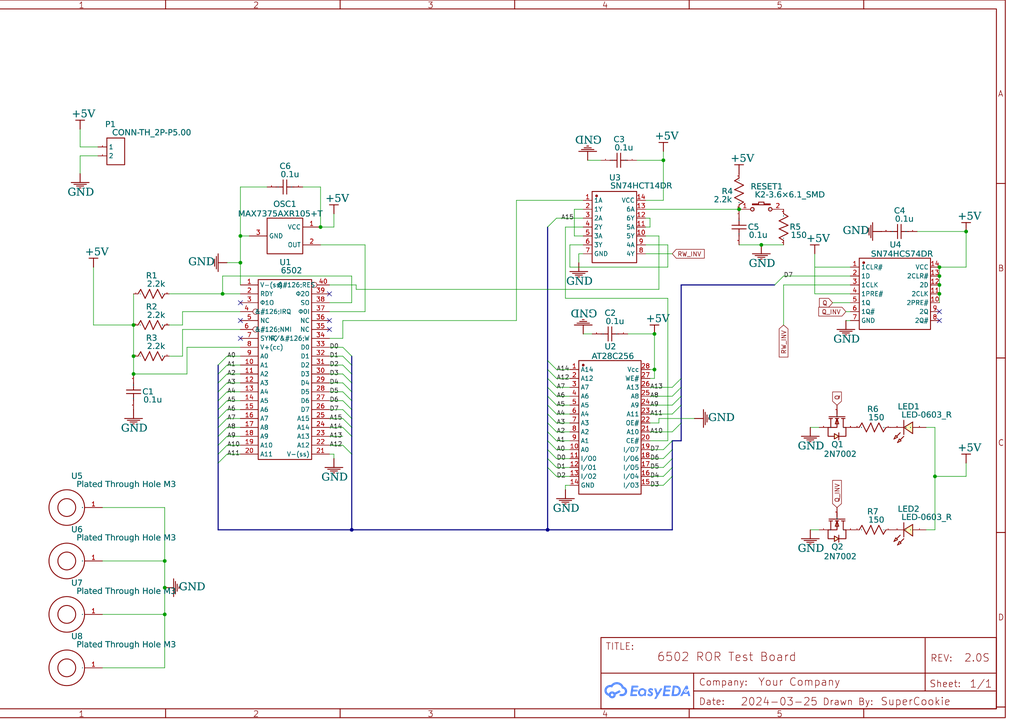
<source format=kicad_sch>
(kicad_sch (version 20250114) (generator "eeschema") (generator_version "9.0")
  (paper "User" 292.1 205.105)
  (lib_symbols
    (symbol "+5V" (power) (pin_numbers (hide yes)) (pin_names (hide yes))
      (property "Value" "+5V" (at 0 -3.81 0))
      (symbol "+5V_0_0"
        (pin power_in line (at 0 0 270) (length 0) (name "+5V") (number "1"))
      )
    )
    (symbol "2N7002"
      (property "Reference" "Q1" (at -1.5748 -6.5659 0))
      (property "Value" "2N7002" (at -4.1402 -9.2583 0))
      (symbol "2N7002_0_0"
        (pin unspecified line (at -5.08 -2.54 0) (length 2.54) (name "S") (number "2"))
        (pin unspecified line (at 0 3.81 270) (length 2.54) (name "G") (number "1"))
        (pin unspecified line (at 5.08 -2.54 180) (length 2.54) (name "D") (number "3"))
      )
    )
    (symbol "2N7002_1"
      (property "Reference" "Q2" (at -1.5748 -6.5659 0))
      (property "Value" "2N7002" (at -4.1402 -9.2583 0))
      (symbol "2N7002_1_0_0"
        (pin unspecified line (at -5.08 -2.54 0) (length 2.54) (name "S") (number "2"))
        (pin unspecified line (at 0 3.81 270) (length 2.54) (name "G") (number "1"))
        (pin unspecified line (at 5.08 -2.54 180) (length 2.54) (name "D") (number "3"))
      )
    )
    (symbol "6502"
      (property "Reference" "U1" (at -1.4986 32.6771 0))
      (property "Value" "6502" (at -1.4986 30.3911 0))
      (symbol "6502_0_0"
        (pin passive line (at -12.7 25.4 0) (length 5.08) (name "V-(ss)") (number "1"))
        (pin input line (at -12.7 22.86 0) (length 5.08) (name "RDY") (number "2"))
        (pin output line (at -12.7 20.32 0) (length 5.08) (name "Φ1O") (number "3"))
        (pin input line (at -12.7 17.78 0) (length 3.556) (name "&#126;IRQ") (number "4"))
        (pin unspecified line (at -12.7 15.24 0) (length 5.08) (name "NC") (number "5"))
        (pin input line (at -12.7 12.7 0) (length 3.556) (name "&#126;NMI") (number "6"))
        (pin output line (at -12.7 10.16 0) (length 5.08) (name "SYNC") (number "7"))
        (pin passive line (at -12.7 7.62 0) (length 5.08) (name "V+(cc)") (number "8"))
        (pin output line (at -12.7 5.08 0) (length 5.08) (name "A0") (number "9"))
        (pin output line (at -12.7 2.54 0) (length 5.08) (name "A1") (number "10"))
        (pin output line (at -12.7 0 0) (length 5.08) (name "A2") (number "11"))
        (pin output line (at -12.7 -2.54 0) (length 5.08) (name "A3") (number "12"))
        (pin output line (at -12.7 -5.08 0) (length 5.08) (name "A4") (number "13"))
        (pin output line (at -12.7 -7.62 0) (length 5.08) (name "A5") (number "14"))
        (pin output line (at -12.7 -10.16 0) (length 5.08) (name "A6") (number "15"))
        (pin output line (at -12.7 -12.7 0) (length 5.08) (name "A7") (number "16"))
        (pin output line (at -12.7 -15.24 0) (length 5.08) (name "A8") (number "17"))
        (pin output line (at -12.7 -17.78 0) (length 5.08) (name "A9") (number "18"))
        (pin output line (at -12.7 -20.32 0) (length 5.08) (name "A10") (number "19"))
        (pin output line (at -12.7 -22.86 0) (length 5.08) (name "A11") (number "20"))
        (pin input line (at 12.7 25.4 180) (length 3.556) (name "&#126;RES") (number "40"))
        (pin output line (at 12.7 22.86 180) (length 5.08) (name "Φ2O") (number "39"))
        (pin input line (at 12.7 20.32 180) (length 5.08) (name "SO") (number "38"))
        (pin input line (at 12.7 17.78 180) (length 5.08) (name "Φ0I") (number "37"))
        (pin unspecified line (at 12.7 15.24 180) (length 5.08) (name "NC") (number "36"))
        (pin unspecified line (at 12.7 12.7 180) (length 5.08) (name "NC") (number "35"))
        (pin output line (at 12.7 10.16 180) (length 5.08) (name "R/&#126;W") (number "34"))
        (pin bidirectional line (at 12.7 7.62 180) (length 5.08) (name "D0") (number "33"))
        (pin bidirectional line (at 12.7 5.08 180) (length 5.08) (name "D1") (number "32"))
        (pin bidirectional line (at 12.7 2.54 180) (length 5.08) (name "D2") (number "31"))
        (pin bidirectional line (at 12.7 0 180) (length 5.08) (name "D3") (number "30"))
        (pin bidirectional line (at 12.7 -2.54 180) (length 5.08) (name "D4") (number "29"))
        (pin bidirectional line (at 12.7 -5.08 180) (length 5.08) (name "D5") (number "28"))
        (pin bidirectional line (at 12.7 -7.62 180) (length 5.08) (name "D6") (number "27"))
        (pin bidirectional line (at 12.7 -10.16 180) (length 5.08) (name "D7") (number "26"))
        (pin output line (at 12.7 -12.7 180) (length 5.08) (name "A15") (number "25"))
        (pin output line (at 12.7 -15.24 180) (length 5.08) (name "A14") (number "24"))
        (pin output line (at 12.7 -17.78 180) (length 5.08) (name "A13") (number "23"))
        (pin output line (at 12.7 -20.32 180) (length 5.08) (name "A12") (number "22"))
        (pin passive line (at 12.7 -22.86 180) (length 5.08) (name "V-(ss)") (number "21"))
      )
    )
    (symbol "AT28C256-15PU"
      (property "Reference" "U2" (at -1.4986 23.8887 0))
      (property "Value" "AT28C256" (at -5.5626 21.1963 0))
      (symbol "AT28C256-15PU_0_0"
        (pin unspecified line (at -11.43 16.51 0) (length 2.54) (name "A14") (number "1"))
        (pin unspecified line (at -11.43 13.97 0) (length 2.54) (name "A12") (number "2"))
        (pin unspecified line (at -11.43 11.43 0) (length 2.54) (name "A7") (number "3"))
        (pin unspecified line (at -11.43 8.89 0) (length 2.54) (name "A6") (number "4"))
        (pin unspecified line (at -11.43 6.35 0) (length 2.54) (name "A5") (number "5"))
        (pin unspecified line (at -11.43 3.81 0) (length 2.54) (name "A4") (number "6"))
        (pin unspecified line (at -11.43 1.27 0) (length 2.54) (name "A3") (number "7"))
        (pin unspecified line (at -11.43 -1.27 0) (length 2.54) (name "A2") (number "8"))
        (pin unspecified line (at -11.43 -3.81 0) (length 2.54) (name "A1") (number "9"))
        (pin unspecified line (at -11.43 -6.35 0) (length 2.54) (name "A0") (number "10"))
        (pin unspecified line (at -11.43 -8.89 0) (length 2.54) (name "I/O0") (number "11"))
        (pin unspecified line (at -11.43 -11.43 0) (length 2.54) (name "I/O1") (number "12"))
        (pin unspecified line (at -11.43 -13.97 0) (length 2.54) (name "I/O2") (number "13"))
        (pin unspecified line (at -11.43 -16.51 0) (length 2.54) (name "GND") (number "14"))
        (pin unspecified line (at 11.43 16.51 180) (length 2.54) (name "Vcc") (number "28"))
        (pin unspecified line (at 11.43 13.97 180) (length 2.54) (name "WE#") (number "27"))
        (pin unspecified line (at 11.43 11.43 180) (length 2.54) (name "A13") (number "26"))
        (pin unspecified line (at 11.43 8.89 180) (length 2.54) (name "A8") (number "25"))
        (pin unspecified line (at 11.43 6.35 180) (length 2.54) (name "A9") (number "24"))
        (pin unspecified line (at 11.43 3.81 180) (length 2.54) (name "A11") (number "23"))
        (pin unspecified line (at 11.43 1.27 180) (length 2.54) (name "OE#") (number "22"))
        (pin unspecified line (at 11.43 -1.27 180) (length 2.54) (name "A10") (number "21"))
        (pin unspecified line (at 11.43 -3.81 180) (length 2.54) (name "CE#") (number "20"))
        (pin unspecified line (at 11.43 -6.35 180) (length 2.54) (name "I/O7") (number "19"))
        (pin unspecified line (at 11.43 -8.89 180) (length 2.54) (name "I/O6") (number "18"))
        (pin unspecified line (at 11.43 -11.43 180) (length 2.54) (name "I/O5") (number "17"))
        (pin unspecified line (at 11.43 -13.97 180) (length 2.54) (name "I/O4") (number "16"))
        (pin unspecified line (at 11.43 -16.51 180) (length 2.54) (name "I/O3") (number "15"))
      )
    )
    (symbol "CONN-TH_2P-P5.00"
      (property "Reference" "P1" (at -2.9718 8.5471 0))
      (property "Value" "CONN-TH_2P-P5.00" (at -2.9718 6.2611 0))
      (symbol "CONN-TH_2P-P5.00_0_0"
        (pin unspecified line (at -5.08 1.27 0) (length 2.54) (name "1") (number "1"))
        (pin unspecified line (at -5.08 -1.27 0) (length 2.54) (name "2") (number "2"))
      )
    )
    (symbol "C_0603_US"
      (property "Reference" "C1" (at 2.54 0.8509 0))
      (property "Value" "0.1u" (at 2.54 -1.3843 0))
      (symbol "C_0603_US_0_0"
        (pin unspecified line (at 0 5.08 270) (length 2.54) (name "1") (number "1"))
        (pin unspecified line (at 0 -5.08 90) (length 2.54) (name "2") (number "2"))
      )
    )
    (symbol "C_0603_US_1"
      (property "Reference" "C2" (at -1.4986 6.7945 0))
      (property "Value" "0.1u" (at -1.4986 4.4831 0))
      (symbol "C_0603_US_1_0_0"
        (pin unspecified line (at -5.08 0 0) (length 2.54) (name "1") (number "1"))
        (pin unspecified line (at 5.08 0 180) (length 2.54) (name "2") (number "2"))
      )
    )
    (symbol "C_0603_US_2"
      (property "Reference" "C3" (at -1.4986 6.7945 0))
      (property "Value" "0.1u" (at -1.4986 4.4831 0))
      (symbol "C_0603_US_2_0_0"
        (pin unspecified line (at -5.08 0 0) (length 2.54) (name "1") (number "1"))
        (pin unspecified line (at 5.08 0 180) (length 2.54) (name "2") (number "2"))
      )
    )
    (symbol "C_0603_US_3"
      (property "Reference" "C4" (at -1.4986 6.7691 0))
      (property "Value" "0.1u" (at -1.4986 4.4831 0))
      (symbol "C_0603_US_3_0_0"
        (pin unspecified line (at -5.08 0 0) (length 2.54) (name "1") (number "1"))
        (pin unspecified line (at 5.08 0 180) (length 2.54) (name "2") (number "2"))
      )
    )
    (symbol "C_0603_US_4"
      (property "Reference" "C5" (at 2.54 0.8509 0))
      (property "Value" "0.1u" (at 2.54 -1.3843 0))
      (symbol "C_0603_US_4_0_0"
        (pin unspecified line (at 0 5.08 270) (length 2.54) (name "1") (number "1"))
        (pin unspecified line (at 0 -5.08 90) (length 2.54) (name "2") (number "2"))
      )
    )
    (symbol "C_0603_US_5"
      (property "Reference" "C6" (at -1.4986 6.7691 0))
      (property "Value" "0.1u" (at -1.4986 4.4831 0))
      (symbol "C_0603_US_5_0_0"
        (pin unspecified line (at -5.08 0 0) (length 2.54) (name "1") (number "1"))
        (pin unspecified line (at 5.08 0 180) (length 2.54) (name "2") (number "2"))
      )
    )
    (symbol "GND" (power) (pin_numbers (hide yes)) (pin_names (hide yes))
      (property "Value" "GND" (at 0 -6.35 0))
      (symbol "GND_0_0"
        (pin power_in line (at 0 0 270) (length 0) (name "GND") (number "1"))
      )
    )
    (symbol "K2-3.6×6.1_SMD"
      (property "Reference" "RESET" (at -3.0226 7.3025 0))
      (property "Value" "K2-3.6×6.1_SMD" (at -3.0226 5.0419 0))
      (symbol "K2-3.6×6.1_SMD_0_0"
        (pin unspecified line (at -6.35 0 0) (length 3.302) (name "1") (number "1"))
        (pin unspecified line (at 6.35 0 180) (length 3.302) (name "2") (number "2"))
      )
    )
    (symbol "LED-0603_R"
      (property "Reference" "LED1" (at -2.9464 6.7691 0))
      (property "Value" "LED-0603_R" (at -2.9464 4.4831 0))
      (symbol "LED-0603_R_0_0"
        (pin unspecified line (at -5.08 0 0) (length 3.81) (name "2") (number "2"))
        (pin unspecified line (at 5.08 0 180) (length 3.81) (name "1") (number "1"))
      )
    )
    (symbol "LED-0603_R_1"
      (property "Reference" "LED2" (at -2.9464 6.7691 0))
      (property "Value" "LED-0603_R" (at -2.9464 4.4831 0))
      (symbol "LED-0603_R_1_0_0"
        (pin unspecified line (at -5.08 0 0) (length 3.81) (name "2") (number "2"))
        (pin unspecified line (at 5.08 0 180) (length 3.81) (name "1") (number "1"))
      )
    )
    (symbol "MAX7375AXR105+T"
      (property "Reference" "OSC1" (at 3.2258 9.9187 0))
      (property "Value" "MAX7375AXR105+T" (at 11.0236 7.2263 0))
      (symbol "MAX7375AXR105+T_0_0"
        (pin unspecified line (at -10.16 0 0) (length 5.08) (name "GND") (number "3"))
        (pin unspecified line (at 10.16 2.54 180) (length 5.08) (name "VCC") (number "1"))
        (pin unspecified line (at 10.16 -2.54 180) (length 5.08) (name "OUT") (number "2"))
      )
    )
    (symbol "Plated Through Hole M3"
      (property "Reference" "U5" (at -6.3246 9.8171 0))
      (property "Value" "Plated Through Hole M3" (at -6.3246 7.5311 0))
      (symbol "Plated Through Hole M3_0_0"
        (pin unspecified line (at 2.54 0 180) (length 5.08) (name "1") (number "1"))
      )
    )
    (symbol "Plated Through Hole M3_1"
      (property "Reference" "U6" (at -6.3246 9.8171 0))
      (property "Value" "Plated Through Hole M3" (at -6.3246 7.5311 0))
      (symbol "Plated Through Hole M3_1_0_0"
        (pin unspecified line (at 2.54 0 180) (length 5.08) (name "1") (number "1"))
      )
    )
    (symbol "Plated Through Hole M3_2"
      (property "Reference" "U7" (at -6.3246 9.8171 0))
      (property "Value" "Plated Through Hole M3" (at -6.3246 7.5311 0))
      (symbol "Plated Through Hole M3_2_0_0"
        (pin unspecified line (at 2.54 0 180) (length 5.08) (name "1") (number "1"))
      )
    )
    (symbol "Plated Through Hole M3_3"
      (property "Reference" "U8" (at -6.3246 9.8171 0))
      (property "Value" "Plated Through Hole M3" (at -6.3246 7.5311 0))
      (symbol "Plated Through Hole M3_3_0_0"
        (pin unspecified line (at 2.54 0 180) (length 5.08) (name "1") (number "1"))
      )
    )
    (symbol "R_0603_US"
      (property "Reference" "R1" (at -1.4986 6.0325 0))
      (property "Value" "2.2k" (at -1.4986 3.7211 0))
      (symbol "R_0603_US_0_0"
        (pin unspecified line (at -5.08 0 0) (length 1.27) (name "1") (number "1"))
        (pin unspecified line (at 5.08 0 180) (length 1.27) (name "2") (number "2"))
      )
    )
    (symbol "R_0603_US_1"
      (property "Reference" "R2" (at -1.4986 6.0325 0))
      (property "Value" "2.2k" (at -1.4986 3.7211 0))
      (symbol "R_0603_US_1_0_0"
        (pin unspecified line (at -5.08 0 0) (length 1.27) (name "1") (number "1"))
        (pin unspecified line (at 5.08 0 180) (length 1.27) (name "2") (number "2"))
      )
    )
    (symbol "R_0603_US_2"
      (property "Reference" "R3" (at -1.4986 6.0325 0))
      (property "Value" "2.2k" (at -1.4986 3.7211 0))
      (symbol "R_0603_US_2_0_0"
        (pin unspecified line (at -5.08 0 0) (length 1.27) (name "1") (number "1"))
        (pin unspecified line (at 5.08 0 180) (length 1.27) (name "2") (number "2"))
      )
    )
    (symbol "R_0603_US_3"
      (property "Reference" "R4" (at -1.778 0.8763 0))
      (property "Value" "2.2k" (at -1.778 -1.4097 0))
      (symbol "R_0603_US_3_0_0"
        (pin unspecified line (at 0 5.08 270) (length 1.27) (name "2") (number "2"))
        (pin unspecified line (at 0 -5.08 90) (length 1.27) (name "1") (number "1"))
      )
    )
    (symbol "R_0603_US_4"
      (property "Reference" "R5" (at 1.778 0.8763 0))
      (property "Value" "150" (at 1.778 -1.4097 0))
      (symbol "R_0603_US_4_0_0"
        (pin unspecified line (at 0 5.08 270) (length 1.27) (name "1") (number "1"))
        (pin unspecified line (at 0 -5.08 90) (length 1.27) (name "2") (number "2"))
      )
    )
    (symbol "R_0603_US_5"
      (property "Reference" "R6" (at -1.4986 6.0325 0))
      (property "Value" "150" (at -1.4986 3.7211 0))
      (symbol "R_0603_US_5_0_0"
        (pin unspecified line (at -5.08 0 0) (length 1.27) (name "1") (number "1"))
        (pin unspecified line (at 5.08 0 180) (length 1.27) (name "2") (number "2"))
      )
    )
    (symbol "R_0603_US_6"
      (property "Reference" "R7" (at -1.4986 6.0325 0))
      (property "Value" "150" (at -1.4986 3.7211 0))
      (symbol "R_0603_US_6_0_0"
        (pin unspecified line (at -5.08 0 0) (length 1.27) (name "1") (number "1"))
        (pin unspecified line (at 5.08 0 180) (length 1.27) (name "2") (number "2"))
      )
    )
    (symbol "SN74HCS74DR"
      (property "Reference" "U4" (at -1.4478 14.8463 0))
      (property "Value" "SN74HCS74DR" (at -7.239 12.2809 0))
      (symbol "SN74HCS74DR_0_0"
        (pin unspecified line (at -12.7 7.62 0) (length 2.54) (name "1CLR#") (number "1"))
        (pin unspecified line (at -12.7 5.08 0) (length 2.54) (name "1D") (number "2"))
        (pin unspecified line (at -12.7 2.54 0) (length 2.54) (name "1CLK") (number "3"))
        (pin unspecified line (at -12.7 0 0) (length 2.54) (name "1PRE#") (number "4"))
        (pin unspecified line (at -12.7 -2.54 0) (length 2.54) (name "1Q") (number "5"))
        (pin unspecified line (at -12.7 -5.08 0) (length 2.54) (name "1Q#") (number "6"))
        (pin unspecified line (at -12.7 -7.62 0) (length 2.54) (name "GND") (number "7"))
        (pin unspecified line (at 12.7 7.62 180) (length 2.54) (name "VCC") (number "14"))
        (pin unspecified line (at 12.7 5.08 180) (length 2.54) (name "2CLR#") (number "13"))
        (pin unspecified line (at 12.7 2.54 180) (length 2.54) (name "2D") (number "12"))
        (pin unspecified line (at 12.7 0 180) (length 2.54) (name "2CLK") (number "11"))
        (pin unspecified line (at 12.7 -2.54 180) (length 2.54) (name "2PRE#") (number "10"))
        (pin unspecified line (at 12.7 -5.08 180) (length 2.54) (name "2Q") (number "9"))
        (pin unspecified line (at 12.7 -7.62 180) (length 2.54) (name "2Q#") (number "8"))
      )
    )
    (symbol "SN74HCT14DR"
      (property "Reference" "U3" (at -1.4478 14.9225 0))
      (property "Value" "SN74HCT14DR" (at -1.4478 12.6619 0))
      (symbol "SN74HCT14DR_0_0"
        (pin unspecified line (at -8.89 7.62 0) (length 2.54) (name "1A") (number "1"))
        (pin unspecified line (at -8.89 5.08 0) (length 2.54) (name "1Y") (number "2"))
        (pin unspecified line (at -8.89 2.54 0) (length 2.54) (name "2A") (number "3"))
        (pin unspecified line (at -8.89 0 0) (length 2.54) (name "2Y") (number "4"))
        (pin unspecified line (at -8.89 -2.54 0) (length 2.54) (name "3A") (number "5"))
        (pin unspecified line (at -8.89 -5.08 0) (length 2.54) (name "3Y") (number "6"))
        (pin unspecified line (at -8.89 -7.62 0) (length 2.54) (name "GND") (number "7"))
        (pin unspecified line (at 8.89 7.62 180) (length 2.54) (name "VCC") (number "14"))
        (pin unspecified line (at 8.89 5.08 180) (length 2.54) (name "6A") (number "13"))
        (pin unspecified line (at 8.89 2.54 180) (length 2.54) (name "6Y") (number "12"))
        (pin unspecified line (at 8.89 0 180) (length 2.54) (name "5A") (number "11"))
        (pin unspecified line (at 8.89 -2.54 180) (length 2.54) (name "5Y") (number "10"))
        (pin unspecified line (at 8.89 -5.08 180) (length 2.54) (name "4A") (number "9"))
        (pin unspecified line (at 8.89 -7.62 180) (length 2.54) (name "4Y") (number "8"))
      )
    )
    (symbol "Unknown_0_-806"
      (symbol "Unknown_0_-806_0_0"
        (text "A" (at 0.381 -25.7429 0) (effects (font (size 1.6891 1.6891)) (justify left top)))
        (text "B" (at 0.381 -75.5269 0) (effects (font (size 1.6891 1.6891)) (justify left top)))
        (text "C" (at 0.381 -125.3109 0) (effects (font (size 1.6891 1.6891)) (justify left top)))
        (text "D" (at 0.381 -175.0949 0) (effects (font (size 1.6891 1.6891)) (justify left top)))
        (text "1" (at 27.432 -0.4699 0) (effects (font (size 1.6891 1.6891)) (justify left top)))
        (text "1" (at 27.432 -202.6539 0) (effects (font (size 1.6891 1.6891)) (justify left top)))
        (text "2" (at 77.216 -0.4699 0) (effects (font (size 1.6891 1.6891)) (justify left top)))
        (text "2" (at 77.216 -202.6539 0) (effects (font (size 1.6891 1.6891)) (justify left top)))
        (text "3" (at 127 -0.4699 0) (effects (font (size 1.6891 1.6891)) (justify left top)))
        (text "3" (at 127 -202.6539 0) (effects (font (size 1.6891 1.6891)) (justify left top)))
        (text "4" (at 176.784 -0.4699 0) (effects (font (size 1.6891 1.6891)) (justify left top)))
        (text "4" (at 176.784 -202.6539 0) (effects (font (size 1.6891 1.6891)) (justify left top)))
        (text "TITLE:" (at 177.7746 -183.2356 0) (effects (font (size 1.9304 1.9304)) (justify left top)))
        (text "6502 ROR Test Board" (at 192.4304 -185.928 0) (effects (font (size 2.413 2.413)) (justify left top)))
        (text "Company:" (at 204.3684 -193.4464 0) (effects (font (size 1.9304 1.9304)) (justify left top)))
        (text "Date:" (at 204.3684 -198.9836 0) (effects (font (size 1.9304 1.9304)) (justify left top)))
        (text "2024-03-25" (at 216.3064 -198.8439 0) (effects (font (size 2.1717 2.1717)) (justify left top)))
        (text "Your Company" (at 221.2848 -193.2305 0) (effects (font (size 2.1717 2.1717)) (justify left top)))
        (text "5" (at 226.568 -0.4699 0) (effects (font (size 1.6891 1.6891)) (justify left top)))
        (text "5" (at 226.568 -202.6539 0) (effects (font (size 1.6891 1.6891)) (justify left top)))
        (text "Drawn By:" (at 239.6744 -199.0344 0) (effects (font (size 1.9304 1.9304)) (justify left top)))
        (text "SuperCookie" (at 256.1844 -198.7931 0) (effects (font (size 2.1717 2.1717)) (justify left top)))
        (text "Sheet:" (at 270.1544 -193.9036 0) (effects (font (size 1.9304 1.9304)) (justify left top)))
        (text "REV:" (at 270.4084 -186.5884 0) (effects (font (size 1.9304 1.9304)) (justify left top)))
        (text "2.0S" (at 280.0604 -186.3471 0) (effects (font (size 2.1717 2.1717)) (justify left top)))
        (text "1/1" (at 281.5844 -193.7639 0) (effects (font (size 2.1717 2.1717)) (justify left top)))
        (text "A" (at 289.687 -25.7429 0) (effects (font (size 1.6891 1.6891)) (justify left top)))
        (text "B" (at 289.687 -75.5269 0) (effects (font (size 1.6891 1.6891)) (justify left top)))
        (text "C" (at 289.687 -125.3109 0) (effects (font (size 1.6891 1.6891)) (justify left top)))
        (text "D" (at 289.687 -175.0949 0) (effects (font (size 1.6891 1.6891)) (justify left top)))
      )
    )
  )
  (junction (at 186.69 105.41))
  (junction (at 217.17 69.85))
  (junction (at 68.58 67.31))
  (junction (at 267.97 83.82))
  (junction (at 100.33 151.13))
  (junction (at 46.99 167.64))
  (junction (at 68.58 74.93))
  (junction (at 156.21 151.13))
  (junction (at 186.69 95.25))
  (junction (at 266.7 135.89))
  (junction (at 46.99 175.26))
  (junction (at 38.1 101.6))
  (junction (at 91.44 64.77))
  (junction (at 189.23 45.72))
  (junction (at 38.1 92.71))
  (junction (at 275.59 66.04))
  (junction (at 46.99 160.02))
  (junction (at 267.97 76.2))
  (junction (at 267.97 81.28))
  (junction (at 38.1 106.68))
  (junction (at 210.82 59.69))
  (junction (at 63.5 83.82))
  (junction (at 267.97 78.74))
  (no_connect (at 267.97 91.44))
  (no_connect (at 267.97 88.9))
  (no_connect (at 93.98 91.44))
  (no_connect (at 68.58 86.36))
  (no_connect (at 93.98 83.82))
  (no_connect (at 68.58 91.44))
  (no_connect (at 68.58 96.52))
  (no_connect (at 93.98 93.98))
  (bus_entry (at 191.77 135.89) (size -2.54 2.54))
  (bus_entry (at 64.77 124.46) (size -2.54 2.54))
  (bus_entry (at 97.79 121.92) (size 2.54 2.54))
  (bus_entry (at 97.79 106.68) (size 2.54 2.54))
  (bus_entry (at 64.77 116.84) (size -2.54 2.54))
  (bus_entry (at 156.21 102.87) (size 2.54 2.54))
  (bus_entry (at 191.77 133.35) (size -2.54 2.54))
  (bus_entry (at 156.21 115.57) (size 2.54 2.54))
  (bus_entry (at 97.79 99.06) (size 2.54 2.54))
  (bus_entry (at 156.21 133.35) (size 2.54 2.54))
  (bus_entry (at 64.77 106.68) (size -2.54 2.54))
  (bus_entry (at 194.31 107.95) (size -2.54 2.54))
  (bus_entry (at 158.75 62.23) (size -2.54 2.54))
  (bus_entry (at 64.77 101.6) (size -2.54 2.54))
  (bus_entry (at 156.21 110.49) (size 2.54 2.54))
  (bus_entry (at 64.77 109.22) (size -2.54 2.54))
  (bus_entry (at 156.21 118.11) (size 2.54 2.54))
  (bus_entry (at 64.77 129.54) (size -2.54 2.54))
  (bus_entry (at 97.79 116.84) (size 2.54 2.54))
  (bus_entry (at 191.77 130.81) (size -2.54 2.54))
  (bus_entry (at 64.77 104.14) (size -2.54 2.54))
  (bus_entry (at 156.21 105.41) (size 2.54 2.54))
  (bus_entry (at 191.77 128.27) (size -2.54 2.54))
  (bus_entry (at 64.77 114.3) (size -2.54 2.54))
  (bus_entry (at 156.21 130.81) (size 2.54 2.54))
  (bus_entry (at 156.21 128.27) (size 2.54 2.54))
  (bus_entry (at 194.31 115.57) (size -2.54 2.54))
  (bus_entry (at 194.31 120.65) (size -2.54 2.54))
  (bus_entry (at 191.77 125.73) (size -2.54 2.54))
  (bus_entry (at 223.52 78.74) (size -2.54 2.54))
  (bus_entry (at 156.21 107.95) (size 2.54 2.54))
  (bus_entry (at 97.79 104.14) (size 2.54 2.54))
  (bus_entry (at 97.79 114.3) (size 2.54 2.54))
  (bus_entry (at 194.31 113.03) (size -2.54 2.54))
  (bus_entry (at 97.79 119.38) (size 2.54 2.54))
  (bus_entry (at 97.79 109.22) (size 2.54 2.54))
  (bus_entry (at 97.79 101.6) (size 2.54 2.54))
  (bus_entry (at 64.77 111.76) (size -2.54 2.54))
  (bus_entry (at 156.21 120.65) (size 2.54 2.54))
  (bus_entry (at 64.77 127) (size -2.54 2.54))
  (bus_entry (at 156.21 125.73) (size 2.54 2.54))
  (bus_entry (at 64.77 121.92) (size -2.54 2.54))
  (bus_entry (at 64.77 119.38) (size -2.54 2.54))
  (bus_entry (at 97.79 111.76) (size 2.54 2.54))
  (bus_entry (at 194.31 110.49) (size -2.54 2.54))
  (bus_entry (at 97.79 127) (size 2.54 2.54))
  (bus_entry (at 156.21 123.19) (size 2.54 2.54))
  (bus_entry (at 156.21 113.03) (size 2.54 2.54))
  (wire (pts (xy 185.42 64.77) (xy 184.15 64.77)))
  (wire (pts (xy 189.23 57.15) (xy 189.23 45.72)))
  (wire (pts (xy 93.98 86.36) (xy 100.33 86.36)))
  (wire (pts (xy 93.98 129.54) (xy 95.25 129.54)))
  (bus (pts (xy 156.21 133.35) (xy 156.21 151.13)))
  (wire (pts (xy 266.7 121.92) (xy 266.7 135.89)))
  (bus (pts (xy 62.23 116.84) (xy 62.23 119.38)))
  (wire (pts (xy 97.79 96.52) (xy 93.98 96.52)))
  (wire (pts (xy 185.42 118.11) (xy 191.77 118.11)))
  (wire (pts (xy 217.17 69.85) (xy 210.82 69.85)))
  (bus (pts (xy 156.21 107.95) (xy 156.21 110.49)))
  (wire (pts (xy 68.58 67.31) (xy 68.58 74.93)))
  (wire (pts (xy 46.99 144.78) (xy 29.21 144.78)))
  (wire (pts (xy 68.58 81.28) (xy 68.58 74.93)))
  (wire (pts (xy 52.07 88.9) (xy 52.07 92.71)))
  (wire (pts (xy 184.15 72.39) (xy 191.77 72.39)))
  (wire (pts (xy 91.44 69.85) (xy 104.14 69.85)))
  (wire (pts (xy 93.98 111.76) (xy 97.79 111.76)))
  (bus (pts (xy 191.77 135.89) (xy 191.77 151.13)))
  (wire (pts (xy 266.7 151.13) (xy 264.16 151.13)))
  (wire (pts (xy 266.7 135.89) (xy 266.7 151.13)))
  (wire (pts (xy 162.56 76.2) (xy 162.56 69.85)))
  (wire (pts (xy 162.56 128.27) (xy 158.75 128.27)))
  (wire (pts (xy 100.33 78.74) (xy 63.5 78.74)))
  (wire (pts (xy 22.86 41.91) (xy 27.94 41.91)))
  (bus (pts (xy 62.23 121.92) (xy 62.23 124.46)))
  (bus (pts (xy 62.23 109.22) (xy 62.23 111.76)))
  (wire (pts (xy 241.3 91.44) (xy 242.57 91.44)))
  (wire (pts (xy 53.34 99.06) (xy 68.58 99.06)))
  (wire (pts (xy 223.52 81.28) (xy 223.52 92.71)))
  (bus (pts (xy 191.77 130.81) (xy 191.77 133.35)))
  (wire (pts (xy 104.14 69.85) (xy 104.14 88.9)))
  (wire (pts (xy 147.32 57.15) (xy 147.32 91.44)))
  (wire (pts (xy 68.58 119.38) (xy 64.77 119.38)))
  (wire (pts (xy 275.59 76.2) (xy 275.59 66.04)))
  (wire (pts (xy 163.83 67.31) (xy 163.83 59.69)))
  (wire (pts (xy 231.14 151.13) (xy 233.68 151.13)))
  (wire (pts (xy 38.1 92.71) (xy 26.67 92.71)))
  (wire (pts (xy 93.98 119.38) (xy 97.79 119.38)))
  (bus (pts (xy 194.31 107.95) (xy 194.31 110.49)))
  (wire (pts (xy 68.58 106.68) (xy 64.77 106.68)))
  (bus (pts (xy 194.31 113.03) (xy 194.31 115.57)))
  (bus (pts (xy 100.33 119.38) (xy 100.33 121.92)))
  (wire (pts (xy 166.37 67.31) (xy 163.83 67.31)))
  (wire (pts (xy 186.69 95.25) (xy 179.07 95.25)))
  (wire (pts (xy 147.32 91.44) (xy 97.79 91.44)))
  (wire (pts (xy 48.26 101.6) (xy 52.07 101.6)))
  (wire (pts (xy 275.59 132.08) (xy 275.59 135.89)))
  (bus (pts (xy 62.23 127) (xy 62.23 129.54)))
  (wire (pts (xy 190.5 76.2) (xy 162.56 76.2)))
  (wire (pts (xy 187.96 67.31) (xy 187.96 82.55)))
  (bus (pts (xy 100.33 101.6) (xy 100.33 104.14)))
  (bus (pts (xy 156.21 115.57) (xy 156.21 118.11)))
  (wire (pts (xy 168.91 95.25) (xy 166.37 95.25)))
  (wire (pts (xy 162.56 110.49) (xy 158.75 110.49)))
  (wire (pts (xy 101.6 82.55) (xy 101.6 81.28)))
  (wire (pts (xy 267.97 81.28) (xy 267.97 78.74)))
  (bus (pts (xy 194.31 125.73) (xy 191.77 125.73)))
  (wire (pts (xy 68.58 116.84) (xy 64.77 116.84)))
  (wire (pts (xy 100.33 86.36) (xy 100.33 78.74)))
  (wire (pts (xy 264.16 121.92) (xy 266.7 121.92)))
  (bus (pts (xy 194.31 115.57) (xy 194.31 120.65)))
  (bus (pts (xy 156.21 105.41) (xy 156.21 107.95)))
  (wire (pts (xy 184.15 62.23) (xy 185.42 62.23)))
  (wire (pts (xy 93.98 99.06) (xy 97.79 99.06)))
  (bus (pts (xy 62.23 129.54) (xy 62.23 132.08)))
  (wire (pts (xy 223.52 78.74) (xy 242.57 78.74)))
  (bus (pts (xy 100.33 151.13) (xy 156.21 151.13)))
  (wire (pts (xy 93.98 127) (xy 97.79 127)))
  (wire (pts (xy 68.58 111.76) (xy 64.77 111.76)))
  (wire (pts (xy 166.37 64.77) (xy 161.29 64.77)))
  (bus (pts (xy 62.23 119.38) (xy 62.23 121.92)))
  (wire (pts (xy 185.42 105.41) (xy 186.69 105.41)))
  (wire (pts (xy 93.98 104.14) (xy 97.79 104.14)))
  (bus (pts (xy 194.31 81.28) (xy 220.98 81.28)))
  (wire (pts (xy 71.12 67.31) (xy 68.58 67.31)))
  (wire (pts (xy 68.58 127) (xy 64.77 127)))
  (bus (pts (xy 194.31 110.49) (xy 194.31 113.03)))
  (bus (pts (xy 191.77 133.35) (xy 191.77 135.89)))
  (wire (pts (xy 185.42 138.43) (xy 189.23 138.43)))
  (bus (pts (xy 156.21 130.81) (xy 156.21 133.35)))
  (wire (pts (xy 52.07 92.71) (xy 48.26 92.71)))
  (wire (pts (xy 185.42 107.95) (xy 186.69 107.95)))
  (bus (pts (xy 156.21 123.19) (xy 156.21 125.73)))
  (wire (pts (xy 162.56 113.03) (xy 158.75 113.03)))
  (wire (pts (xy 232.41 72.39) (xy 232.41 83.82)))
  (wire (pts (xy 27.94 44.45) (xy 22.86 44.45)))
  (wire (pts (xy 187.96 120.65) (xy 187.96 119.38)))
  (wire (pts (xy 223.52 81.28) (xy 242.57 81.28)))
  (wire (pts (xy 162.56 105.41) (xy 158.75 105.41)))
  (wire (pts (xy 184.15 67.31) (xy 187.96 67.31)))
  (bus (pts (xy 156.21 110.49) (xy 156.21 113.03)))
  (wire (pts (xy 22.86 44.45) (xy 22.86 49.53)))
  (wire (pts (xy 46.99 175.26) (xy 46.99 167.64)))
  (wire (pts (xy 166.37 62.23) (xy 158.75 62.23)))
  (wire (pts (xy 93.98 101.6) (xy 97.79 101.6)))
  (wire (pts (xy 104.14 88.9) (xy 93.98 88.9)))
  (wire (pts (xy 93.98 106.68) (xy 97.79 106.68)))
  (wire (pts (xy 68.58 121.92) (xy 64.77 121.92)))
  (wire (pts (xy 97.79 91.44) (xy 97.79 96.52)))
  (wire (pts (xy 162.56 130.81) (xy 158.75 130.81)))
  (wire (pts (xy 95.25 129.54) (xy 95.25 130.81)))
  (bus (pts (xy 156.21 64.77) (xy 156.21 102.87)))
  (wire (pts (xy 162.56 69.85) (xy 166.37 69.85)))
  (wire (pts (xy 91.44 53.34) (xy 91.44 64.77)))
  (wire (pts (xy 185.42 133.35) (xy 189.23 133.35)))
  (bus (pts (xy 100.33 116.84) (xy 100.33 119.38)))
  (wire (pts (xy 68.58 109.22) (xy 64.77 109.22)))
  (bus (pts (xy 156.21 102.87) (xy 156.21 105.41)))
  (bus (pts (xy 62.23 104.14) (xy 62.23 106.68)))
  (wire (pts (xy 86.36 53.34) (xy 91.44 53.34)))
  (wire (pts (xy 52.07 101.6) (xy 52.07 93.98)))
  (wire (pts (xy 190.5 125.73) (xy 185.42 125.73)))
  (wire (pts (xy 267.97 78.74) (xy 267.97 76.2)))
  (wire (pts (xy 38.1 83.82) (xy 38.1 92.71)))
  (wire (pts (xy 68.58 124.46) (xy 64.77 124.46)))
  (bus (pts (xy 156.21 125.73) (xy 156.21 128.27)))
  (wire (pts (xy 223.52 69.85) (xy 217.17 69.85)))
  (wire (pts (xy 187.96 82.55) (xy 101.6 82.55)))
  (bus (pts (xy 100.33 114.3) (xy 100.33 116.84)))
  (wire (pts (xy 165.1 74.93) (xy 165.1 72.39)))
  (wire (pts (xy 186.69 105.41) (xy 186.69 95.25)))
  (wire (pts (xy 189.23 43.18) (xy 189.23 45.72)))
  (bus (pts (xy 194.31 107.95) (xy 194.31 81.28)))
  (bus (pts (xy 156.21 118.11) (xy 156.21 120.65)))
  (bus (pts (xy 100.33 106.68) (xy 100.33 109.22)))
  (wire (pts (xy 185.42 110.49) (xy 191.77 110.49)))
  (wire (pts (xy 93.98 124.46) (xy 97.79 124.46)))
  (bus (pts (xy 62.23 151.13) (xy 100.33 151.13)))
  (bus (pts (xy 191.77 125.73) (xy 191.77 128.27)))
  (wire (pts (xy 162.56 133.35) (xy 158.75 133.35)))
  (wire (pts (xy 46.99 160.02) (xy 46.99 144.78)))
  (wire (pts (xy 46.99 167.64) (xy 46.99 160.02)))
  (wire (pts (xy 185.42 62.23) (xy 185.42 64.77)))
  (wire (pts (xy 29.21 160.02) (xy 46.99 160.02)))
  (wire (pts (xy 161.29 64.77) (xy 161.29 85.09)))
  (bus (pts (xy 62.23 132.08) (xy 62.23 151.13)))
  (wire (pts (xy 184.15 57.15) (xy 189.23 57.15)))
  (wire (pts (xy 185.42 128.27) (xy 189.23 128.27)))
  (wire (pts (xy 242.57 86.36) (xy 237.49 86.36)))
  (wire (pts (xy 185.42 115.57) (xy 191.77 115.57)))
  (wire (pts (xy 261.62 66.04) (xy 275.59 66.04)))
  (wire (pts (xy 185.42 120.65) (xy 187.96 120.65)))
  (wire (pts (xy 63.5 83.82) (xy 68.58 83.82)))
  (wire (pts (xy 22.86 36.83) (xy 22.86 41.91)))
  (wire (pts (xy 91.44 64.77) (xy 95.25 64.77)))
  (wire (pts (xy 76.2 53.34) (xy 68.58 53.34)))
  (wire (pts (xy 68.58 101.6) (xy 64.77 101.6)))
  (wire (pts (xy 267.97 86.36) (xy 267.97 83.82)))
  (wire (pts (xy 242.57 83.82) (xy 232.41 83.82)))
  (bus (pts (xy 100.33 124.46) (xy 100.33 129.54)))
  (wire (pts (xy 267.97 83.82) (xy 267.97 81.28)))
  (wire (pts (xy 38.1 106.68) (xy 38.1 101.6)))
  (wire (pts (xy 26.67 92.71) (xy 26.67 76.2)))
  (wire (pts (xy 162.56 115.57) (xy 158.75 115.57)))
  (wire (pts (xy 95.25 64.77) (xy 95.25 60.96)))
  (wire (pts (xy 162.56 123.19) (xy 158.75 123.19)))
  (wire (pts (xy 48.26 83.82) (xy 63.5 83.82)))
  (wire (pts (xy 242.57 76.2) (xy 232.41 76.2)))
  (wire (pts (xy 165.1 72.39) (xy 166.37 72.39)))
  (wire (pts (xy 162.56 135.89) (xy 158.75 135.89)))
  (wire (pts (xy 233.68 121.92) (xy 231.14 121.92)))
  (wire (pts (xy 93.98 109.22) (xy 97.79 109.22)))
  (wire (pts (xy 52.07 93.98) (xy 68.58 93.98)))
  (wire (pts (xy 167.64 45.72) (xy 171.45 45.72)))
  (wire (pts (xy 185.42 113.03) (xy 191.77 113.03)))
  (bus (pts (xy 62.23 114.3) (xy 62.23 116.84)))
  (bus (pts (xy 100.33 129.54) (xy 100.33 151.13)))
  (wire (pts (xy 184.15 69.85) (xy 190.5 69.85)))
  (wire (pts (xy 93.98 114.3) (xy 97.79 114.3)))
  (wire (pts (xy 68.58 104.14) (xy 64.77 104.14)))
  (wire (pts (xy 63.5 78.74) (xy 63.5 83.82)))
  (wire (pts (xy 186.69 107.95) (xy 186.69 105.41)))
  (wire (pts (xy 68.58 129.54) (xy 64.77 129.54)))
  (wire (pts (xy 162.56 120.65) (xy 158.75 120.65)))
  (wire (pts (xy 68.58 88.9) (xy 52.07 88.9)))
  (wire (pts (xy 190.5 85.09) (xy 190.5 125.73)))
  (wire (pts (xy 166.37 57.15) (xy 147.32 57.15)))
  (wire (pts (xy 275.59 135.89) (xy 266.7 135.89)))
  (wire (pts (xy 101.6 81.28) (xy 93.98 81.28)))
  (wire (pts (xy 93.98 121.92) (xy 97.79 121.92)))
  (bus (pts (xy 156.21 120.65) (xy 156.21 123.19)))
  (wire (pts (xy 267.97 76.2) (xy 275.59 76.2)))
  (bus (pts (xy 100.33 111.76) (xy 100.33 114.3)))
  (wire (pts (xy 185.42 130.81) (xy 189.23 130.81)))
  (wire (pts (xy 162.56 125.73) (xy 158.75 125.73)))
  (wire (pts (xy 163.83 59.69) (xy 166.37 59.69)))
  (bus (pts (xy 194.31 120.65) (xy 194.31 125.73)))
  (bus (pts (xy 62.23 106.68) (xy 62.23 109.22)))
  (bus (pts (xy 62.23 111.76) (xy 62.23 114.3)))
  (wire (pts (xy 68.58 114.3) (xy 64.77 114.3)))
  (wire (pts (xy 29.21 175.26) (xy 46.99 175.26)))
  (wire (pts (xy 187.96 119.38) (xy 198.12 119.38)))
  (bus (pts (xy 191.77 128.27) (xy 191.77 130.81)))
  (wire (pts (xy 161.29 139.7) (xy 161.29 138.43)))
  (wire (pts (xy 38.1 101.6) (xy 38.1 92.71)))
  (bus (pts (xy 191.77 151.13) (xy 156.21 151.13)))
  (wire (pts (xy 162.56 118.11) (xy 158.75 118.11)))
  (wire (pts (xy 161.29 138.43) (xy 162.56 138.43)))
  (wire (pts (xy 161.29 85.09) (xy 190.5 85.09)))
  (wire (pts (xy 190.5 69.85) (xy 190.5 76.2)))
  (wire (pts (xy 185.42 123.19) (xy 191.77 123.19)))
  (wire (pts (xy 184.15 59.69) (xy 210.82 59.69)))
  (wire (pts (xy 93.98 116.84) (xy 97.79 116.84)))
  (wire (pts (xy 53.34 106.68) (xy 53.34 99.06)))
  (wire (pts (xy 189.23 45.72) (xy 181.61 45.72)))
  (wire (pts (xy 185.42 135.89) (xy 189.23 135.89)))
  (wire (pts (xy 242.57 88.9) (xy 241.3 88.9)))
  (wire (pts (xy 162.56 107.95) (xy 158.75 107.95)))
  (wire (pts (xy 68.58 74.93) (xy 64.77 74.93)))
  (bus (pts (xy 100.33 104.14) (xy 100.33 106.68)))
  (wire (pts (xy 68.58 53.34) (xy 68.58 67.31)))
  (wire (pts (xy 38.1 106.68) (xy 53.34 106.68)))
  (bus (pts (xy 156.21 113.03) (xy 156.21 115.57)))
  (wire (pts (xy 46.99 190.5) (xy 46.99 175.26)))
  (bus (pts (xy 62.23 124.46) (xy 62.23 127)))
  (bus (pts (xy 100.33 109.22) (xy 100.33 111.76)))
  (wire (pts (xy 29.21 190.5) (xy 46.99 190.5)))
  (bus (pts (xy 156.21 128.27) (xy 156.21 130.81)))
  (bus (pts (xy 100.33 121.92) (xy 100.33 124.46)))
  (label "A14" (at 158.75 105.41 0))
  (label "A15" (at 93.98 119.38 0))
  (label "A10" (at 64.77 127 0))
  (label "A12" (at 158.75 107.95 0))
  (label "D1" (at 158.75 133.35 0))
  (label "D0" (at 158.75 130.81 0))
  (label "A5" (at 64.77 114.3 0))
  (label "A5" (at 158.75 115.57 0))
  (label "D3" (at 185.42 138.43 0))
  (label "A2" (at 64.77 106.68 0))
  (label "D3" (at 93.98 106.68 0))
  (label "A8" (at 185.42 113.03 0))
  (label "A4" (at 158.75 118.11 0))
  (label "A9" (at 64.77 124.46 0))
  (label "A2" (at 158.75 123.19 0))
  (label "D2" (at 158.75 135.89 0))
  (label "D1" (at 93.98 101.6 0))
  (label "A7" (at 64.77 119.38 0))
  (label "D7" (at 223.52 78.74 0))
  (label "D6" (at 185.42 130.81 0))
  (label "A1" (at 64.77 104.14 0))
  (label "A7" (at 158.75 110.49 0))
  (label "A3" (at 158.75 120.65 0))
  (label "D5" (at 93.98 111.76 0))
  (label "D4" (at 185.42 135.89 0))
  (label "A13" (at 185.42 110.49 0))
  (label "D2" (at 93.98 104.14 0))
  (label "A14" (at 93.98 121.92 0))
  (label "A1" (at 158.75 125.73 0))
  (label "D0" (at 93.98 99.06 0))
  (label "A11" (at 185.42 118.11 0))
  (label "A15" (at 160.02 62.23 0))
  (label "A6" (at 158.75 113.03 0))
  (label "A4" (at 64.77 111.76 0))
  (label "A3" (at 64.77 109.22 0))
  (label "A0" (at 158.75 128.27 0))
  (label "A12" (at 93.98 127 0))
  (label "D6" (at 93.98 114.3 0))
  (label "A6" (at 64.77 116.84 0))
  (label "A9" (at 185.42 115.57 0))
  (label "A10" (at 185.42 123.19 0))
  (label "D4" (at 93.98 109.22 0))
  (label "D7" (at 185.42 128.27 0))
  (label "A13" (at 93.98 124.46 0))
  (label "A0" (at 64.77 101.6 0))
  (label "A8" (at 64.77 121.92 0))
  (label "D5" (at 185.42 133.35 0))
  (label "D7" (at 93.98 116.84 0))
  (label "A11" (at 64.77 129.54 0))
  (global_label "RW_INV" (shape input) (at 223.52 92.71 270) (property "Intersheetrefs" "${INTERSHEET_REFS}" (effects (hide yes))))
  (global_label "Q_INV" (shape input) (at 238.76 144.78 90) (property "Intersheetrefs" "${INTERSHEET_REFS}" (effects (hide yes))))
  (global_label "Q_INV" (shape input) (at 241.3 88.9 180) (property "Intersheetrefs" "${INTERSHEET_REFS}" (effects (hide yes))))
  (global_label "RW_INV" (shape input) (at 191.77 72.39 0) (property "Intersheetrefs" "${INTERSHEET_REFS}" (effects (hide yes))))
  (global_label "Q" (shape input) (at 237.49 86.36 180) (property "Intersheetrefs" "${INTERSHEET_REFS}" (effects (hide yes))))
  (global_label "Q" (shape input) (at 238.76 115.57 90) (property "Intersheetrefs" "${INTERSHEET_REFS}" (effects (hide yes))))
  (symbol (lib_id "R_0603_US") (at 43.18 83.82 0) (unit 0)
    (property "Reference" "R1" (at 41.6814 77.7875 0) (effects (font (size 1.6891 1.6891)) (justify left top)))
    (property "Value" "2.2k" (at 41.6814 80.0989 0) (effects (font (size 1.6891 1.6891)) (justify left top)))
  )
  (symbol (lib_id "K2-3.6×6.1_SMD") (at 217.17 59.69 0) (unit 0)
    (property "Reference" "RESET1" (at 214.1474 52.3875 0) (effects (font (size 1.6891 1.6891)) (justify left top)))
    (property "Value" "K2-3.6×6.1_SMD" (at 214.1474 54.6481 0) (effects (font (size 1.6891 1.6891)) (justify left top)))
    (property "Manufacturer Part" "K2-1107ST-A4SW-06" (effects (hide yes)))
    (property "Supplier Part" "C118141" (effects (hide yes)))
    (property "Supplier" "LCSC" (effects (hide yes)))
  )
  (symbol (lib_id "GND") (at 198.12 119.38 90) (unit 0)
    (property "Reference" "#PWR0109" (effects (hide yes)))
    (property "Value" "GND" (at 202.311 120.4214 -90) (effects (font (size 2.1717 2.1717)) (justify left bottom)))
    (property "Description" "Power symbol creates a global label with name 'GND'" (effects (hide yes)))
  )
  (symbol (lib_id "+5V") (at 210.82 49.53 0) (mirror x) (unit 0)
    (property "Reference" "#PWR0120" (effects (hide yes)))
    (property "Value" "+5V" (at 208.28 46.482 0) (effects (font (size 2.1717 2.1717)) (justify left top)))
    (property "Description" "Power symbol creates a global label with name '+5V'" (effects (hide yes)))
  )
  (symbol (lib_id "GND") (at 161.29 139.7 0) (unit 0)
    (property "Reference" "#PWR0123" (effects (hide yes)))
    (property "Value" "GND" (at 157.988 146.304 0) (effects (font (size 2.1717 2.1717)) (justify left bottom)))
    (property "Description" "Power symbol creates a global label with name 'GND'" (effects (hide yes)))
  )
  (symbol (lib_id "2N7002_1") (at 238.76 148.59 0) (unit 0)
    (property "Reference" "Q2" (at 237.1852 155.1559 0) (effects (font (size 1.6891 1.6891)) (justify left top)))
    (property "Value" "2N7002" (at 234.6198 157.8483 0) (effects (font (size 1.6891 1.6891)) (justify left top)))
    (property "Manufacturer Part" "2N7002,215" (effects (hide yes)))
    (property "Manufacturer" "Nexperia" (effects (hide yes)))
    (property "Supplier Part" "C65189" (effects (hide yes)))
    (property "Supplier" "LCSC" (effects (hide yes)))
  )
  (symbol (lib_id "LED-0603_R") (at 259.08 121.92 0) (unit 0)
    (property "Reference" "LED1" (at 256.1336 115.1509 0) (effects (font (size 1.6891 1.6891)) (justify left top)))
    (property "Value" "LED-0603_R" (at 256.1336 117.4369 0) (effects (font (size 1.6891 1.6891)) (justify left top)))
    (property "Manufacturer Part" "19-217/R6C-AL1M2VY/3T" (effects (hide yes)))
    (property "Manufacturer" "EVERLIGHT(台湾亿光)" (effects (hide yes)))
    (property "Supplier Part" "C72044" (effects (hide yes)))
    (property "Supplier" "LCSC" (effects (hide yes)))
  )
  (symbol (lib_id "2N7002") (at 238.76 119.38 0) (unit 0)
    (property "Reference" "Q1" (at 237.1852 125.9459 0) (effects (font (size 1.6891 1.6891)) (justify left top)))
    (property "Value" "2N7002" (at 234.6198 128.6383 0) (effects (font (size 1.6891 1.6891)) (justify left top)))
    (property "Manufacturer Part" "2N7002,215" (effects (hide yes)))
    (property "Manufacturer" "Nexperia" (effects (hide yes)))
    (property "Supplier Part" "C65189" (effects (hide yes)))
    (property "Supplier" "LCSC" (effects (hide yes)))
  )
  (symbol (lib_id "SN74HCS74DR") (at 255.27 83.82 0) (unit 0)
    (property "Reference" "U4" (at 253.8222 68.9737 0) (effects (font (size 1.6891 1.6891)) (justify left top)))
    (property "Value" "SN74HCS74DR" (at 248.031 71.5391 0) (effects (font (size 1.6891 1.6891)) (justify left top)))
    (property "Manufacturer Part" "SN74HCS74DR" (effects (hide yes)))
    (property "Manufacturer" "TI(德州仪器)" (effects (hide yes)))
    (property "Supplier Part" "C2862638" (effects (hide yes)))
    (property "Supplier" "LCSC" (effects (hide yes)))
  )
  (symbol (lib_id "AT28C256-15PU") (at 173.99 121.92 0) (unit 0)
    (property "Reference" "U2" (at 172.4914 98.0313 0) (effects (font (size 1.6891 1.6891)) (justify left top)))
    (property "Value" "AT28C256" (at 168.4274 100.7237 0) (effects (font (size 1.6891 1.6891)) (justify left top)))
    (property "Manufacturer Part" "AT28C256-15PU" (effects (hide yes)))
    (property "Manufacturer" "MICROCHIP(美国微芯)" (effects (hide yes)))
    (property "Supplier Part" "C1348752" (effects (hide yes)))
    (property "Supplier" "LCSC" (effects (hide yes)))
  )
  (symbol (lib_id "MAX7375AXR105+T") (at 81.28 67.31 0) (unit 0)
    (property "Reference" "OSC1" (at 84.5058 57.3913 0) (effects (font (size 1.6891 1.6891)) (justify right top)))
    (property "Value" "MAX7375AXR105+T" (at 92.3036 60.0837 0) (effects (font (size 1.6891 1.6891)) (justify right top)))
    (property "Datasheet" "https://www.digikey.com/en/products/detail/analog-devices-inc-maxim-integrated/MAX7375AXR105-T/1520107" (effects (hide yes)))
    (property "Manufacturer Part" "MAX7375AXR105+T" (effects (hide yes)))
    (property "Manufacturer" "Analog Devices Inc./Maxim Integrated" (effects (hide yes)))
    (property "Supplier Part" "MAX7375AXR105+TCT-ND" (effects (hide yes)))
  )
  (symbol (lib_id "+5V") (at 275.59 66.04 0) (mirror x) (unit 0)
    (property "Reference" "#PWR0115" (effects (hide yes)))
    (property "Value" "+5V" (at 273.05 62.992 0) (effects (font (size 2.1717 2.1717)) (justify left top)))
    (property "Description" "Power symbol creates a global label with name '+5V'" (effects (hide yes)))
  )
  (symbol (lib_id "C_0603_US_2") (at 176.53 45.72 0) (unit 0)
    (property "Reference" "C3" (at 175.0314 38.9255 0) (effects (font (size 1.6891 1.6891)) (justify left top)))
    (property "Value" "0.1u" (at 175.0314 41.2369 0) (effects (font (size 1.6891 1.6891)) (justify left top)))
  )
  (symbol (lib_id "R_0603_US_2") (at 43.18 101.6 0) (unit 0)
    (property "Reference" "R3" (at 41.6814 95.5675 0) (effects (font (size 1.6891 1.6891)) (justify left top)))
    (property "Value" "2.2k" (at 41.6814 97.8789 0) (effects (font (size 1.6891 1.6891)) (justify left top)))
  )
  (symbol (lib_id "R_0603_US_6") (at 248.92 151.13 0) (unit 0)
    (property "Reference" "R7" (at 247.4214 145.0975 0) (effects (font (size 1.6891 1.6891)) (justify left top)))
    (property "Value" "150" (at 247.4214 147.4089 0) (effects (font (size 1.6891 1.6891)) (justify left top)))
  )
  (symbol (lib_id "SN74HCT14DR") (at 175.26 64.77 0) (unit 0)
    (property "Reference" "U3" (at 173.8122 49.8475 0) (effects (font (size 1.6891 1.6891)) (justify left top)))
    (property "Value" "SN74HCT14DR" (at 173.8122 52.1081 0) (effects (font (size 1.6891 1.6891)) (justify left top)))
    (property "Manufacturer Part" "SN74HCT14DR" (effects (hide yes)))
    (property "Manufacturer" "TI(德州仪器)" (effects (hide yes)))
    (property "Supplier Part" "C6769" (effects (hide yes)))
    (property "Supplier" "LCSC" (effects (hide yes)))
  )
  (symbol (lib_id "R_0603_US_5") (at 248.92 121.92 0) (unit 0)
    (property "Reference" "R6" (at 247.4214 115.8875 0) (effects (font (size 1.6891 1.6891)) (justify left top)))
    (property "Value" "150" (at 247.4214 118.1989 0) (effects (font (size 1.6891 1.6891)) (justify left top)))
  )
  (symbol (lib_id "R_0603_US_4") (at 223.52 64.77 0) (unit 0)
    (property "Reference" "R5" (at 225.298 63.8937 0) (effects (font (size 1.6891 1.6891)) (justify left top)))
    (property "Value" "150" (at 225.298 66.1797 0) (effects (font (size 1.6891 1.6891)) (justify left top)))
  )
  (symbol (lib_id "Unknown_0_-806") (at -5.08 0 0) (unit 0)
    (property "Reference" "A1" (effects (hide yes)))
    (property "Value" "A" (effects (hide yes)))
    (property "Manufacturer Part" "?" (effects (hide yes)))
  )
  (symbol (lib_id "GND") (at 241.3 91.44 0) (unit 0)
    (property "Reference" "#PWR0116" (effects (hide yes)))
    (property "Value" "GND" (at 237.998 98.044 0) (effects (font (size 2.1717 2.1717)) (justify left bottom)))
    (property "Description" "Power symbol creates a global label with name 'GND'" (effects (hide yes)))
  )
  (symbol (lib_id "+5V") (at 186.69 95.25 0) (mirror x) (unit 0)
    (property "Reference" "#PWR0112" (effects (hide yes)))
    (property "Value" "+5V" (at 184.15 92.202 0) (effects (font (size 2.1717 2.1717)) (justify left top)))
    (property "Description" "Power symbol creates a global label with name '+5V'" (effects (hide yes)))
  )
  (symbol (lib_id "GND") (at 231.14 121.92 0) (unit 0)
    (property "Reference" "#PWR0110" (effects (hide yes)))
    (property "Value" "GND" (at 227.838 128.524 0) (effects (font (size 2.1717 2.1717)) (justify left bottom)))
    (property "Description" "Power symbol creates a global label with name 'GND'" (effects (hide yes)))
  )
  (symbol (lib_id "C_0603_US") (at 38.1 111.76 0) (unit 0)
    (property "Reference" "C1" (at 40.64 110.9091 0) (effects (font (size 1.6891 1.6891)) (justify left top)))
    (property "Value" "0.1u" (at 40.64 113.1443 0) (effects (font (size 1.6891 1.6891)) (justify left top)))
  )
  (symbol (lib_id "+5V") (at 22.86 36.83 0) (mirror x) (unit 0)
    (property "Reference" "#PWR0104" (effects (hide yes)))
    (property "Value" "+5V" (at 20.32 33.782 0) (effects (font (size 2.1717 2.1717)) (justify left top)))
    (property "Description" "Power symbol creates a global label with name '+5V'" (effects (hide yes)))
  )
  (symbol (lib_id "Plated Through Hole M3_2") (at 26.67 175.26 0) (unit 0)
    (property "Reference" "U7" (at 20.3454 165.4429 0) (effects (font (size 1.6891 1.6891)) (justify left top)))
    (property "Value" "Plated Through Hole M3" (at 20.3454 167.7289 0) (effects (font (size 1.6891 1.6891)) (justify left top)))
  )
  (symbol (lib_id "GND") (at 38.1 116.84 0) (unit 0)
    (property "Reference" "#PWR0105" (effects (hide yes)))
    (property "Value" "GND" (at 34.798 123.444 0) (effects (font (size 2.1717 2.1717)) (justify left bottom)))
    (property "Description" "Power symbol creates a global label with name 'GND'" (effects (hide yes)))
  )
  (symbol (lib_id "GND") (at 251.46 66.04 270) (unit 0)
    (property "Reference" "#PWR0118" (effects (hide yes)))
    (property "Value" "GND" (at 240.665 67.056 -270) (effects (font (size 2.1717 2.1717)) (justify left bottom)))
    (property "Description" "Power symbol creates a global label with name 'GND'" (effects (hide yes)))
  )
  (symbol (lib_id "GND") (at 46.99 167.64 90) (unit 0)
    (property "Reference" "#PWR0108" (effects (hide yes)))
    (property "Value" "GND" (at 51.308 168.6814 -90) (effects (font (size 2.1717 2.1717)) (justify left bottom)))
    (property "Description" "Power symbol creates a global label with name 'GND'" (effects (hide yes)))
  )
  (symbol (lib_id "Plated Through Hole M3") (at 26.67 144.78 0) (unit 0)
    (property "Reference" "U5" (at 20.3454 134.9629 0) (effects (font (size 1.6891 1.6891)) (justify left top)))
    (property "Value" "Plated Through Hole M3" (at 20.3454 137.2489 0) (effects (font (size 1.6891 1.6891)) (justify left top)))
  )
  (symbol (lib_id "GND") (at 165.1 74.93 0) (unit 0)
    (property "Reference" "#PWR0111" (effects (hide yes)))
    (property "Value" "GND" (at 161.798 81.534 0) (effects (font (size 2.1717 2.1717)) (justify left bottom)))
    (property "Description" "Power symbol creates a global label with name 'GND'" (effects (hide yes)))
  )
  (symbol (lib_id "+5V") (at 232.41 72.39 0) (mirror x) (unit 0)
    (property "Reference" "#PWR0117" (effects (hide yes)))
    (property "Value" "+5V" (at 229.87 69.342 0) (effects (font (size 2.1717 2.1717)) (justify left top)))
    (property "Description" "Power symbol creates a global label with name '+5V'" (effects (hide yes)))
  )
  (symbol (lib_id "+5V") (at 95.25 60.96 0) (mirror x) (unit 0)
    (property "Reference" "#PWR0101" (effects (hide yes)))
    (property "Value" "+5V" (at 92.71 57.912 0) (effects (font (size 2.1717 2.1717)) (justify left top)))
    (property "Description" "Power symbol creates a global label with name '+5V'" (effects (hide yes)))
  )
  (symbol (lib_id "LED-0603_R_1") (at 259.08 151.13 0) (unit 0)
    (property "Reference" "LED2" (at 256.1336 144.3609 0) (effects (font (size 1.6891 1.6891)) (justify left top)))
    (property "Value" "LED-0603_R" (at 256.1336 146.6469 0) (effects (font (size 1.6891 1.6891)) (justify left top)))
    (property "Manufacturer Part" "19-217/R6C-AL1M2VY/3T" (effects (hide yes)))
    (property "Manufacturer" "EVERLIGHT(台湾亿光)" (effects (hide yes)))
    (property "Supplier Part" "C72044" (effects (hide yes)))
    (property "Supplier" "LCSC" (effects (hide yes)))
  )
  (symbol (lib_id "R_0603_US_3") (at 210.82 54.61 0) (unit 0)
    (property "Reference" "R4" (at 209.042 53.7337 0) (effects (font (size 1.6891 1.6891)) (justify right top)))
    (property "Value" "2.2k" (at 209.042 56.0197 0) (effects (font (size 1.6891 1.6891)) (justify right top)))
  )
  (symbol (lib_id "+5V") (at 189.23 43.18 0) (mirror x) (unit 0)
    (property "Reference" "#PWR0121" (effects (hide yes)))
    (property "Value" "+5V" (at 186.69 40.132 0) (effects (font (size 2.1717 2.1717)) (justify left top)))
    (property "Description" "Power symbol creates a global label with name '+5V'" (effects (hide yes)))
  )
  (symbol (lib_id "C_0603_US_5") (at 81.28 53.34 0) (unit 0)
    (property "Reference" "C6" (at 79.7814 46.5709 0) (effects (font (size 1.6891 1.6891)) (justify left top)))
    (property "Value" "0.1u" (at 79.7814 48.8569 0) (effects (font (size 1.6891 1.6891)) (justify left top)))
  )
  (symbol (lib_id "GND") (at 95.25 130.81 0) (unit 0)
    (property "Reference" "#PWR0107" (effects (hide yes)))
    (property "Value" "GND" (at 91.948 137.414 0) (effects (font (size 2.1717 2.1717)) (justify left bottom)))
    (property "Description" "Power symbol creates a global label with name 'GND'" (effects (hide yes)))
  )
  (symbol (lib_id "Plated Through Hole M3_1") (at 26.67 160.02 0) (unit 0)
    (property "Reference" "U6" (at 20.3454 150.2029 0) (effects (font (size 1.6891 1.6891)) (justify left top)))
    (property "Value" "Plated Through Hole M3" (at 20.3454 152.4889 0) (effects (font (size 1.6891 1.6891)) (justify left top)))
  )
  (symbol (lib_id "GND") (at 166.37 95.25 180) (unit 0)
    (property "Reference" "#PWR0113" (effects (hide yes)))
    (property "Value" "GND" (at 163.068 90.424 -180) (effects (font (size 2.1717 2.1717)) (justify left bottom)))
    (property "Description" "Power symbol creates a global label with name 'GND'" (effects (hide yes)))
  )
  (symbol (lib_id "+5V") (at 26.67 76.2 0) (mirror x) (unit 0)
    (property "Reference" "#PWR0103" (effects (hide yes)))
    (property "Value" "+5V" (at 24.13 73.152 0) (effects (font (size 2.1717 2.1717)) (justify left top)))
    (property "Description" "Power symbol creates a global label with name '+5V'" (effects (hide yes)))
  )
  (symbol (lib_id "R_0603_US_1") (at 43.18 92.71 0) (unit 0)
    (property "Reference" "R2" (at 41.6814 86.6775 0) (effects (font (size 1.6891 1.6891)) (justify left top)))
    (property "Value" "2.2k" (at 41.6814 88.9889 0) (effects (font (size 1.6891 1.6891)) (justify left top)))
  )
  (symbol (lib_id "C_0603_US_4") (at 210.82 64.77 0) (unit 0)
    (property "Reference" "C5" (at 213.36 63.9191 0) (effects (font (size 1.6891 1.6891)) (justify left top)))
    (property "Value" "0.1u" (at 213.36 66.1543 0) (effects (font (size 1.6891 1.6891)) (justify left top)))
  )
  (symbol (lib_id "CONN-TH_2P-P5.00") (at 33.02 43.18 0) (unit 0)
    (property "Reference" "P1" (at 30.0482 34.6329 0) (effects (font (size 1.6891 1.6891)) (justify left top)))
    (property "Value" "CONN-TH_2P-P5.00" (at 30.0482 36.9189 0) (effects (font (size 1.6891 1.6891)) (justify left top)))
    (property "Supplier" "LCSC" (effects (hide yes)))
  )
  (symbol (lib_id "Plated Through Hole M3_3") (at 26.67 190.5 0) (unit 0)
    (property "Reference" "U8" (at 20.3454 180.6829 0) (effects (font (size 1.6891 1.6891)) (justify left top)))
    (property "Value" "Plated Through Hole M3" (at 20.3454 182.9689 0) (effects (font (size 1.6891 1.6891)) (justify left top)))
  )
  (symbol (lib_id "GND") (at 167.64 45.72 180) (unit 0)
    (property "Reference" "#PWR0122" (effects (hide yes)))
    (property "Value" "GND" (at 164.338 40.894 -180) (effects (font (size 2.1717 2.1717)) (justify left bottom)))
    (property "Description" "Power symbol creates a global label with name 'GND'" (effects (hide yes)))
  )
  (symbol (lib_id "C_0603_US_3") (at 256.54 66.04 0) (unit 0)
    (property "Reference" "C4" (at 255.0414 59.2709 0) (effects (font (size 1.6891 1.6891)) (justify left top)))
    (property "Value" "0.1u" (at 255.0414 61.5569 0) (effects (font (size 1.6891 1.6891)) (justify left top)))
  )
  (symbol (lib_id "C_0603_US_1") (at 173.99 95.25 0) (unit 0)
    (property "Reference" "C2" (at 172.4914 88.4555 0) (effects (font (size 1.6891 1.6891)) (justify left top)))
    (property "Value" "0.1u" (at 172.4914 90.7669 0) (effects (font (size 1.6891 1.6891)) (justify left top)))
  )
  (symbol (lib_id "6502") (at 81.28 106.68 0) (unit 0)
    (property "Reference" "U1" (at 79.7814 74.0029 0) (effects (font (size 1.6891 1.6891)) (justify left top)))
    (property "Value" "6502" (at 79.7814 76.2889 0) (effects (font (size 1.6891 1.6891)) (justify left top)))
  )
  (symbol (lib_id "GND") (at 231.14 151.13 0) (unit 0)
    (property "Reference" "#PWR0124" (effects (hide yes)))
    (property "Value" "GND" (at 227.838 157.734 0) (effects (font (size 2.1717 2.1717)) (justify left bottom)))
    (property "Description" "Power symbol creates a global label with name 'GND'" (effects (hide yes)))
  )
  (symbol (lib_id "GND") (at 64.77 74.93 270) (unit 0)
    (property "Reference" "#PWR0106" (effects (hide yes)))
    (property "Value" "GND" (at 53.975 75.9714 -270) (effects (font (size 2.1717 2.1717)) (justify left bottom)))
    (property "Description" "Power symbol creates a global label with name 'GND'" (effects (hide yes)))
  )
  (symbol (lib_id "GND") (at 22.86 49.53 0) (unit 0)
    (property "Reference" "#PWR0102" (effects (hide yes)))
    (property "Value" "GND" (at 19.558 56.134 0) (effects (font (size 2.1717 2.1717)) (justify left bottom)))
    (property "Description" "Power symbol creates a global label with name 'GND'" (effects (hide yes)))
  )
  (symbol (lib_id "+5V") (at 275.59 132.08 0) (mirror x) (unit 0)
    (property "Reference" "#PWR0119" (effects (hide yes)))
    (property "Value" "+5V" (at 273.05 129.032 0) (effects (font (size 2.1717 2.1717)) (justify left top)))
    (property "Description" "Power symbol creates a global label with name '+5V'" (effects (hide yes)))
  )
  (symbol (lib_id "GND") (at 217.17 69.85 0) (unit 0)
    (property "Reference" "#PWR0114" (effects (hide yes)))
    (property "Value" "GND" (at 213.868 76.454 0) (effects (font (size 2.1717 2.1717)) (justify left bottom)))
    (property "Description" "Power symbol creates a global label with name 'GND'" (effects (hide yes)))
  )
)
</source>
